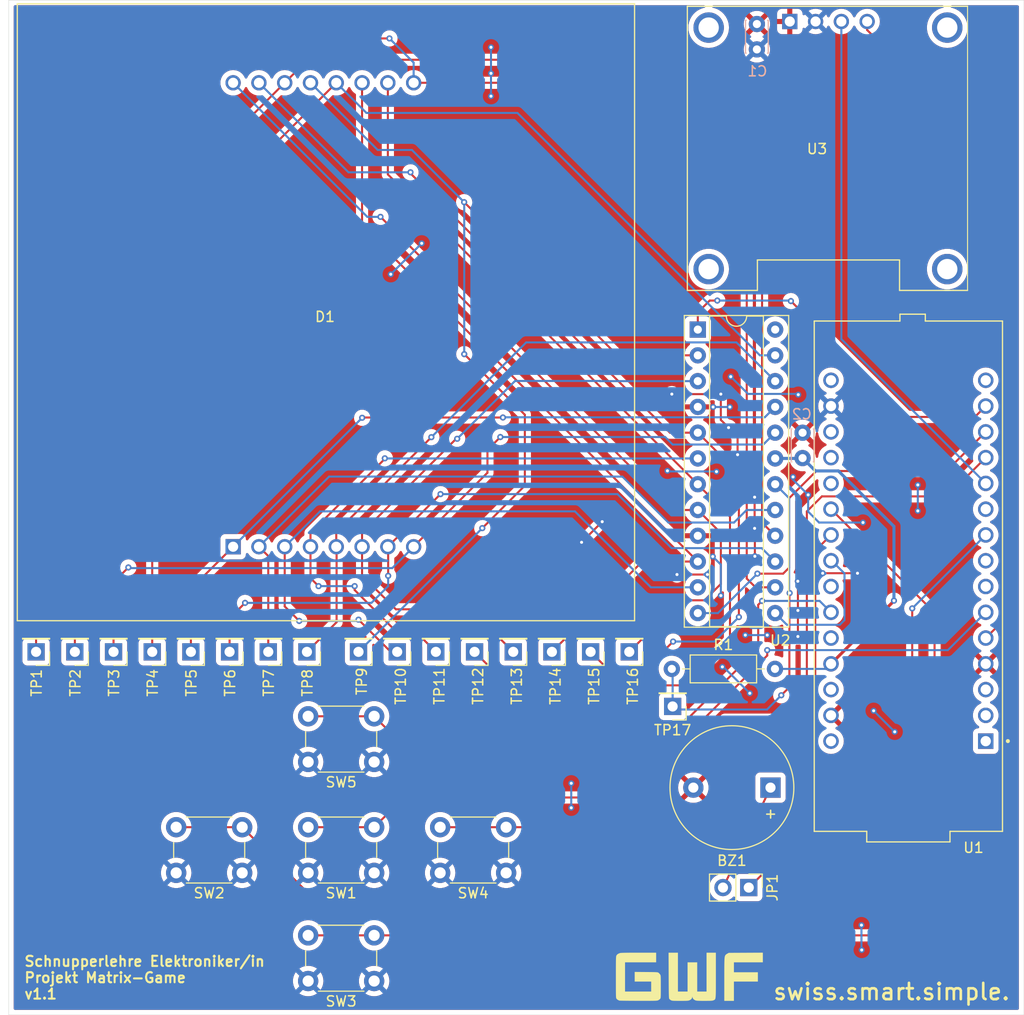
<source format=kicad_pcb>
(kicad_pcb (version 20240108) (generator "pcbnew") (generator_version "8.0")
  (title_block (title "Schnupperlehre Elektroniker/in | Projekt Matrix-Game") (date "2025-02-24") (rev "v1.1") (company "GWF AG") (comment 1 "Timon Burkard"))
  (layers (0 "F.Cu" signal) (31 "B.Cu" signal) (34 "B.Paste" user) (35 "F.Paste" user) (36 "B.SilkS" user "B.Silkscreen") (37 "F.SilkS" user "F.Silkscreen") (38 "B.Mask" user) (39 "F.Mask" user) (44 "Edge.Cuts" user))
  (net 0 "")
  (net 1 "GND")
  (net 2 "Net-(D1-R5)")
  (net 3 "Net-(D1-R4)")
  (net 4 "Net-(D1-C6)")
  (net 5 "Net-(D1-C1)")
  (net 6 "Net-(D1-R2)")
  (net 7 "Net-(D1-R7)")
  (net 8 "Net-(D1-R6)")
  (net 9 "Net-(D1-C8)")
  (net 10 "Net-(D1-R8)")
  (net 11 "Net-(D1-C7)")
  (net 12 "Net-(D1-C5)")
  (net 13 "Net-(D1-C3)")
  (net 14 "Net-(D1-R1)")
  (net 15 "Net-(D1-C2)")
  (net 16 "Net-(D1-R3)")
  (net 17 "Net-(D1-C4)")
  (net 18 "Net-(U2-ISET)")
  (net 19 "+3.3V")
  (net 25 "lcd_scl")
  (net 29 "button_center")
  (net 30 "+5V")
  (net 34 "button_left")
  (net 40 "Net-(JP1-A)")
  (net 41 "button_down")
  (net 42 "button_right")
  (net 43 "button_up")
  (net 44 "max_mosi")
  (net 45 "max_clk")
  (net 46 "lcd_sda")
  (net 47 "max_cs")
  (net 48 "Net-(BZ1-+)")
  (footprint "Button_Switch_THT:SW_PUSH_6mm" (layer "F.Cu") (at 126 120.07 180)
    (property "Reference" "SW5")
    (property "Value" "button_up")
  )
  (footprint "Connector_PinHeader_2.54mm:PinHeader_1x01_P2.54mm_Vertical" (layer "F.Cu") (at 111.76 109.22 180)
    (property "Reference" "TP6")
    (property "Value" "TestPoint")
  )
  (footprint "Button_Switch_THT:SW_PUSH_6mm" (layer "F.Cu") (at 139 131 180)
    (property "Reference" "SW4")
    (property "Value" "button_right")
  )
  (footprint "Package_DIP:DIP-24_W7.62mm_Socket" (layer "F.Cu") (at 157.88 77.46)
    (property "Reference" "U2")
    (property "Value" "MAX7219")
  )
  (footprint "Connector_PinHeader_2.54mm:PinHeader_1x01_P2.54mm_Vertical" (layer "F.Cu") (at 92.7 109.22 180)
    (property "Reference" "TP1")
    (property "Value" "TestPoint")
  )
  (footprint "Connector_PinHeader_2.54mm:PinHeader_1x01_P2.54mm_Vertical" (layer "F.Cu") (at 155.4 114.6 180)
    (property "Reference" "TP17")
    (property "Value" "TestPoint")
  )
  (footprint "Connector_PinHeader_2.54mm:PinHeader_1x01_P2.54mm_Vertical" (layer "F.Cu") (at 119.38 109.22 180)
    (property "Reference" "TP8")
    (property "Value" "TestPoint")
  )
  (footprint "Connector_PinHeader_2.54mm:PinHeader_1x01_P2.54mm_Vertical" (layer "F.Cu") (at 151.13 109.22 180)
    (property "Reference" "TP16")
    (property "Value" "TestPoint")
  )
  (footprint "LOGO" (layer "F.Cu") (at 157.025 141.225)
    (property "Reference" "G***" (hide yes))
    (property "Value" "LOGO" (hide yes))
  )
  (footprint "Connector_PinHeader_2.54mm:PinHeader_1x01_P2.54mm_Vertical" (layer "F.Cu") (at 135.89 109.22 180)
    (property "Reference" "TP12")
    (property "Value" "TestPoint")
  )
  (footprint "Buzzer_Beeper:Buzzer_12x9.5RM7.6" (layer "F.Cu") (at 165.04 122.6 180)
    (property "Reference" "BZ1")
    (property "Value" "buzzer")
  )
  (footprint "Connector_PinHeader_2.54mm:PinHeader_1x01_P2.54mm_Vertical" (layer "F.Cu") (at 115.57 109.22 180)
    (property "Reference" "TP7")
    (property "Value" "TestPoint")
  )
  (footprint "Connector_PinHeader_2.54mm:PinHeader_1x01_P2.54mm_Vertical" (layer "F.Cu") (at 147.32 109.22 180)
    (property "Reference" "TP15")
    (property "Value" "TestPoint")
  )
  (footprint "Connector_PinHeader_2.54mm:PinHeader_1x02_P2.54mm_Vertical" (layer "F.Cu") (at 162.9 132.45 -90)
    (property "Reference" "JP1")
    (property "Value" "Jumper_2_Bridged")
  )
  (footprint "Button_Switch_THT:SW_PUSH_6mm" (layer "F.Cu") (at 126 141.66 180)
    (property "Reference" "SW3")
    (property "Value" "button_down")
  )
  (footprint "Connector_PinHeader_2.54mm:PinHeader_1x01_P2.54mm_Vertical" (layer "F.Cu") (at 100.33 109.22 180)
    (property "Reference" "TP3")
    (property "Value" "TestPoint")
  )
  (footprint "DM-OLED096-636:MODULE_DM-OLED096-636" (layer "F.Cu") (at 170.75 59.6)
    (property "Reference" "U3")
    (property "Value" "DM-OLED096-636")
  )
  (footprint "Button_Switch_THT:SW_PUSH_6mm" (layer "F.Cu") (at 126 131 180)
    (property "Reference" "SW1")
    (property "Value" "button_center")
  )
  (footprint "Connector_PinHeader_2.54mm:PinHeader_1x01_P2.54mm_Vertical" (layer "F.Cu") (at 124.46 109.22 180)
    (property "Reference" "TP9")
    (property "Value" "TestPoint")
  )
  (footprint "matrix_led:LED_TA23-11EWA" (layer "F.Cu") (at 121 76 90)
    (property "Reference" "D1")
    (property "Value" "TA23-11EWA")
  )
  (footprint "Connector_PinHeader_2.54mm:PinHeader_1x01_P2.54mm_Vertical" (layer "F.Cu") (at 139.7 109.22 180)
    (property "Reference" "TP13")
    (property "Value" "TestPoint")
  )
  (footprint "Connector_PinHeader_2.54mm:PinHeader_1x01_P2.54mm_Vertical" (layer "F.Cu") (at 132.08 109.22 180)
    (property "Reference" "TP11")
    (property "Value" "TestPoint")
  )
  (footprint "Connector_PinHeader_2.54mm:PinHeader_1x01_P2.54mm_Vertical" (layer "F.Cu") (at 143.51 109.22 180)
    (property "Reference" "TP14")
    (property "Value" "TestPoint")
  )
  (footprint "Connector_PinHeader_2.54mm:PinHeader_1x01_P2.54mm_Vertical" (layer "F.Cu") (at 104.14 109.22 180)
    (property "Reference" "TP4")
    (property "Value" "TestPoint")
  )
  (footprint "Connector_PinHeader_2.54mm:PinHeader_1x01_P2.54mm_Vertical" (layer "F.Cu") (at 107.95 109.22 180)
    (property "Reference" "TP5")
    (property "Value" "TestPoint")
  )
  (footprint "Connector_PinHeader_2.54mm:PinHeader_1x01_P2.54mm_Vertical" (layer "F.Cu") (at 128.27 109.22 180)
    (property "Reference" "TP10")
    (property "Value" "TestPoint")
  )
  (footprint "Button_Switch_THT:SW_PUSH_6mm" (layer "F.Cu") (at 113 131 180)
    (property "Reference" "SW2")
    (property "Value" "button_left")
  )
  (footprint "nucleo:MODULE_NUCLEO-F042K6" (layer "F.Cu") (at 178.62 101.764 180)
    (property "Reference" "U1")
    (property "Value" "NUCLEO-F042K6")
  )
  (footprint "Connector_PinHeader_2.54mm:PinHeader_1x01_P2.54mm_Vertical" (layer "F.Cu") (at 96.52 109.22 180)
    (property "Reference" "TP2")
    (property "Value" "TestPoint")
  )
  (footprint "Resistor_THT:R_Axial_DIN0207_L6.3mm_D2.5mm_P10.16mm_Horizontal" (layer "F.Cu") (at 155.32 110.9)
    (property "Reference" "R1")
    (property "Value" "22k")
  )
  (footprint "Capacitor_THT:C_Disc_D3.0mm_W2.0mm_P2.50mm" (layer "B.Cu") (at 168.2 90.125 90)
    (property "Reference" "C2")
    (property "Value" "100n")
  )
  (footprint "Capacitor_THT:C_Disc_D3.0mm_W2.0mm_P2.50mm" (layer "B.Cu") (at 163.7 49.85 90)
    (property "Reference" "C1")
    (property "Value" "100n")
  )
  (gr_line (start 160.4 132.4) (end 165.04 122.6) (stroke (width 0.2)) (layer "F.Cu") (net 48))
  (gr_line (start 90 145) (end 190 145) (stroke (width 0.0381)) (layer "Edge.Cuts"))
  (gr_line (start 90 45) (end 90 145) (stroke (width 0.0381)) (layer "Edge.Cuts"))
  (gr_line (start 190 45) (end 90 45) (stroke (width 0.0381)) (layer "Edge.Cuts"))
  (gr_line (start 190 145) (end 190 45) (stroke (width 0.0381)) (layer "Edge.Cuts"))
  (gr_text "Schnupperlehre Elektroniker/in\nProjekt Matrix-Game\nv1.1" (at 91.45 143.525 0) (layer "F.SilkS") (effects (font (size 1 1) (thickness 0.2) (bold yes)) (justify left bottom)))
  (gr_text "swiss.smart.simple." (at 165.175 143.65 0) (layer "F.SilkS") (effects (font (size 1.6 1.6) (thickness 0.26)) (justify left bottom)))
  (via (at 167.26 91.98) (size 0.6) (drill 0.3) (layers "F.Cu" "B.Cu") (net 1))
  (via (at 179.55 92.77) (size 0.6) (drill 0.3) (layers "F.Cu" "B.Cu") (net 1))
  (via (at 159.35 99.825) (size 0.6) (drill 0.3) (layers "F.Cu" "B.Cu") (net 1))
  (via (at 160.15 103.675) (size 0.6) (drill 0.3) (layers "F.Cu" "B.Cu") (net 1))
  (via (at 145.415 122.174) (size 0.6) (drill 0.3) (layers "F.Cu" "B.Cu") (net 1))
  (via (at 164.719 107.569) (size 0.6) (drill 0.3) (layers "F.Cu" "B.Cu") (net 1))
  (via (at 174.15 96.475) (size 0.6) (drill 0.3) (layers "F.Cu" "B.Cu") (net 1))
  (via (at 163 113.3) (size 0.6) (drill 0.3) (layers "F.Cu" "B.Cu") (net 1))
  (via (at 159.385 85.09) (size 0.6) (drill 0.3) (layers "F.Cu" "B.Cu") (net 1))
  (via (at 145.415 124.587) (size 0.6) (drill 0.3) (layers "F.Cu" "B.Cu") (net 1))
  (via (at 174.025 138.6) (size 0.6) (drill 0.3) (layers "F.Cu" "B.Cu") (net 1))
  (via (at 161.036 85.09) (size 0.6) (drill 0.3) (layers "F.Cu" "B.Cu") (net 1))
  (via (at 137.51 49.64) (size 0.6) (drill 0.3) (layers "F.Cu" "B.Cu") (net 1))
  (via (at 137.51 52.21) (size 0.6) (drill 0.3) (layers "F.Cu" "B.Cu") (net 1))
  (via (at 160.3 110.7) (size 0.6) (drill 0.3) (layers "F.Cu" "B.Cu") (net 1))
  (via (at 154.89 91.38) (size 0.6) (drill 0.3) (layers "F.Cu" "B.Cu") (net 1))
  (via (at 175.2 115.025) (size 0.6) (drill 0.3) (layers "F.Cu" "B.Cu") (net 1))
  (via (at 174 136.15) (size 0.6) (drill 0.3) (layers "F.Cu" "B.Cu") (net 1))
  (via (at 167.775 83.875) (size 0.6) (drill 0.3) (layers "F.Cu" "B.Cu") (net 1))
  (via (at 161.125 82.1) (size 0.6) (drill 0.3) (layers "F.Cu" "B.Cu") (net 1))
  (via (at 127.635 72.009) (size 0.6) (drill 0.3) (layers "F.Cu" "B.Cu") (net 1))
  (via (at 162.56 107.569) (size 0.6) (drill 0.3) (layers "F.Cu" "B.Cu") (net 1))
  (via (at 168.75 93.75) (size 0.6) (drill 0.3) (layers "F.Cu" "B.Cu") (net 1))
  (via (at 130.683 68.961) (size 0.6) (drill 0.3) (layers "F.Cu" "B.Cu") (net 1))
  (via (at 179.55 95.33) (size 0.6) (drill 0.3) (layers "F.Cu" "B.Cu") (net 1))
  (via (at 159.72 91.46) (size 0.6) (drill 0.3) (layers "F.Cu" "B.Cu") (net 1))
  (via (at 177.275 117.1) (size 0.6) (drill 0.3) (layers "F.Cu" "B.Cu") (net 1))
  (via (at 137.51 54.46) (size 0.6) (drill 0.3) (layers "F.Cu" "B.Cu") (net 1))
  (segment (start 174 138.575) (end 174.025 138.6) (width 0.2) (layer "B.Cu") (net 1))
  (segment (start 159.7 91.44) (end 159.72 91.46) (width 0.2) (layer "B.Cu") (net 1))
  (segment (start 163 113.3) (end 160.4 110.7) (width 0.2) (layer "B.Cu") (net 1))
  (segment (start 137.51 54.46) (end 137.51 52.21) (width 0.2) (layer "B.Cu") (net 1))
  (segment (start 168.75 95.4) (end 168.75 93.75) (width 0.2) (layer "B.Cu") (net 1))
  (segment (start 160.15 100.625) (end 159.35 99.825) (width 0.2) (layer "B.Cu") (net 1))
  (segment (start 174 136.15) (end 174 138.575) (width 0.2) (layer "B.Cu") (net 1))
  (segment (start 154.95 91.44) (end 159.7 91.44) (width 0.2) (layer "B.Cu") (net 1))
  (segment (start 167.7 83.8) (end 162.825 83.8) (width 0.2) (layer "B.Cu") (net 1))
  (segment (start 179.55 95.33) (end 179.55 92.77) (width 0.2) (layer "B.Cu") (net 1))
  (segment (start 130.683 68.961) (end 127.635 72.009) (width 0.2) (layer "B.Cu") (net 1))
  (segment (start 174.15 96.475) (end 169.825 96.475) (width 0.2) (layer "B.Cu") (net 1))
  (segment (start 154.89 91.38) (end 154.95 91.44) (width 0.2) (layer "B.Cu") (net 1))
  (segment (start 167.26 91.98) (end 167.26 92.26) (width 0.2) (layer "B.Cu") (net 1))
  (segment (start 162.825 83.8) (end 161.125 82.1) (width 0.2) (layer "B.Cu") (net 1))
  (segment (start 127.635 72.009) (end 127.762 72.009) (width 0.127) (layer "B.Cu") (net 1))
  (segment (start 167.26 92.26) (end 168.75 93.75) (width 0.2) (layer "B.Cu") (net 1))
  (segment (start 160.4 110.7) (end 160.3 110.7) (width 0.2) (layer "B.Cu") (net 1))
  (segment (start 145.415 124.587) (end 145.415 122.174) (width 0.2) (layer "B.Cu") (net 1))
  (segment (start 160.15 103.675) (end 160.15 100.625) (width 0.2) (layer "B.Cu") (net 1))
  (segment (start 137.51 52.21) (end 137.51 49.64) (width 0.2) (layer "B.Cu") (net 1))
  (segment (start 177.275 117.1) (end 175.2 115.025) (width 0.2) (layer "B.Cu") (net 1))
  (segment (start 164.719 107.569) (end 162.56 107.569) (width 0.2) (layer "B.Cu") (net 1))
  (segment (start 167.775 83.875) (end 167.7 83.8) (width 0.2) (layer "B.Cu") (net 1))
  (segment (start 169.825 96.475) (end 168.75 95.4) (width 0.2) (layer "B.Cu") (net 1))
  (segment (start 159.385 85.09) (end 161.036 85.09) (width 0.2) (layer "B.Cu") (net 1))
  (segment (start 107.95 103.02) (end 112.11 98.86) (width 0.2) (layer "F.Cu") (net 2))
  (segment (start 138.684 86.125) (end 124.845 86.125) (width 0.2) (layer "F.Cu") (net 2))
  (segment (start 107.95 109.22) (end 107.95 103.02) (width 0.2) (layer "F.Cu") (net 2))
  (segment (start 124.845 86.125) (end 124.82 86.15) (width 0.2) (layer "F.Cu") (net 2))
  (via (at 124.82 86.15) (size 0.6) (drill 0.3) (layers "F.Cu" "B.Cu") (net 2))
  (via (at 138.684 86.125) (size 0.6) (drill 0.3) (layers "F.Cu" "B.Cu") (net 2))
  (segment (start 138.684 86.125) (end 138.702 86.107) (width 0.2) (layer "B.Cu") (net 2))
  (segment (start 138.702 86.107) (end 164.473 86.107) (width 0.2) (layer "B.Cu") (net 2))
  (segment (start 164.473 86.107) (end 165.5 85.08) (width 0.2) (layer "B.Cu") (net 2))
  (segment (start 124.82 86.15) (end 112.11 98.86) (width 0.2) (layer "B.Cu") (net 2))
  (segment (start 104.14 71.27) (end 122.27 53.14) (width 0.2) (layer "F.Cu") (net 3))
  (segment (start 104.14 109.22) (end 104.14 71.27) (width 0.2) (layer "F.Cu") (net 3))
  (segment (start 125.24 56.11) (end 122.27 53.14) (width 0.2) (layer "B.Cu") (net 3))
  (segment (start 165.5 80) (end 164 80) (width 0.2) (layer "B.Cu") (net 3))
  (segment (start 140.11 56.11) (end 125.24 56.11) (width 0.2) (layer "B.Cu") (net 3))
  (segment (start 164 80) (end 140.11 56.11) (width 0.2) (layer "B.Cu") (net 3))
  (segment (start 157.88 100.32) (end 124.81 67.25) (width 0.2) (layer "F.Cu") (net 4))
  (segment (start 152.41 100.32) (end 143.51 109.22) (width 0.2) (layer "F.Cu") (net 4))
  (segment (start 157.88 100.32) (end 152.41 100.32) (width 0.2) (layer "F.Cu") (net 4))
  (segment (start 124.81 67.25) (end 124.81 53.14) (width 0.2) (layer "F.Cu") (net 4))
  (segment (start 149.96 80) (end 157.88 80) (width 0.2) (layer "F.Cu") (net 5))
  (segment (start 140.843 92.837) (end 140.843 85.852) (width 0.2) (layer "F.Cu") (net 5))
  (segment (start 140.843 85.852) (end 134.874 79.883) (width 0.2) (layer "F.Cu") (net 5))
  (segment (start 134.8655 64.9055) (end 149.96 80) (width 0.2) (layer "F.Cu") (net 5))
  (segment (start 136.652 97.028) (end 140.843 92.837) (width 0.2) (layer "F.Cu") (net 5))
  (via (at 136.652 97.028) (size 0.6) (drill 0.3) (layers "F.Cu" "B.Cu") (net 5))
  (via (at 134.8655 64.9055) (size 0.6) (drill 0.3) (layers "F.Cu" "B.Cu") (net 5))
  (via (at 134.874 79.883) (size 0.6) (drill 0.3) (layers "F.Cu" "B.Cu") (net 5))
  (segment (start 126.35 59.76) (end 119.73 53.14) (width 0.2) (layer "B.Cu") (net 5))
  (segment (start 136.652 97.028) (end 124.46 109.22) (width 0.2) (layer "B.Cu") (net 5))
  (segment (start 129.72 59.76) (end 126.35 59.76) (width 0.2) (layer "B.Cu") (net 5))
  (segment (start 134.8655 64.9055) (end 129.72 59.76) (width 0.2) (layer "B.Cu") (net 5))
  (segment (start 134.8655 64.9055) (end 134.874 64.914) (width 0.2) (layer "B.Cu") (net 5))
  (segment (start 134.874 64.914) (end 134.874 79.883) (width 0.2) (layer "B.Cu") (net 5))
  (segment (start 119.46 50.87) (end 117.19 53.14) (width 0.2) (layer "F.Cu") (net 6))
  (segment (start 96.52 109.22) (end 96.52 73.81) (width 0.2) (layer "F.Cu") (net 6))
  (segment (start 164.211 96.491) (end 164.211 65.186) (width 0.2) (layer "F.Cu") (net 6))
  (segment (start 165.5 97.78) (end 164.211 96.491) (width 0.2) (layer "F.Cu") (net 6))
  (segment (start 164.211 65.186) (end 149.895 50.87) (width 0.2) (layer "F.Cu") (net 6))
  (segment (start 96.52 73.81) (end 117.19 53.14) (width 0.2) (layer "F.Cu") (net 6))
  (segment (start 149.895 50.87) (end 119.46 50.87) (width 0.2) (layer "F.Cu") (net 6))
  (segment (start 115.57 109.22) (end 115.57 99.78) (width 0.2) (layer "F.Cu") (net 7))
  (segment (start 115.57 99.78) (end 114.65 98.86) (width 0.2) (layer "F.Cu") (net 7))
  (segment (start 162.685 95.24) (end 161.45 96.475) (width 0.2) (layer "B.Cu") (net 7))
  (segment (start 154.982552 96.475) (end 150.455552 91.948) (width 0.2) (layer "B.Cu") (net 7))
  (segment (start 121.562 91.948) (end 114.65 98.86) (width 0.2) (layer "B.Cu") (net 7))
  (segment (start 165.5 95.24) (end 162.685 95.24) (width 0.2) (layer "B.Cu") (net 7))
  (segment (start 161.45 96.475) (end 154.982552 96.475) (width 0.2) (layer "B.Cu") (net 7))
  (segment (start 150.455552 91.948) (end 121.562 91.948) (width 0.2) (layer "B.Cu") (net 7))
  (segment (start 132.535 93.675) (end 127.35 98.86) (width 0.2) (layer "F.Cu") (net 8))
  (segment (start 111.76 105.918) (end 111.76 109.22) (width 0.2) (layer "F.Cu") (net 8))
  (segment (start 113.284 104.394) (end 111.76 105.918) (width 0.2) (layer "F.Cu") (net 8))
  (segment (start 127.381 101.727) (end 127.381 98.891) (width 0.2) (layer "F.Cu") (net 8))
  (segment (start 127.381 98.891) (end 127.35 98.86) (width 0.2) (layer "F.Cu") (net 8))
  (via (at 113.284 104.394) (size 0.6) (drill 0.3) (layers "F.Cu" "B.Cu") (net 8))
  (via (at 127.381 101.727) (size 0.6) (drill 0.3) (layers "F.Cu" "B.Cu") (net 8))
  (via (at 132.535 93.675) (size 0.6) (drill 0.3) (layers "F.Cu" "B.Cu") (net 8))
  (segment (start 113.284 104.394) (end 125.73 104.394) (width 0.2) (layer "B.Cu") (net 8))
  (segment (start 127.381 102.743) (end 127.381 101.727) (width 0.2) (layer "B.Cu") (net 8))
  (segment (start 155.3 99) (end 149.975 93.675) (width 0.2) (layer "B.Cu") (net 8))
  (segment (start 125.73 104.394) (end 127.381 102.743) (width 0.2) (layer "B.Cu") (net 8))
  (segment (start 165.5 100.32) (end 164.18 99) (width 0.2) (layer "B.Cu") (net 8))
  (segment (start 149.975 93.675) (end 132.535 93.675) (width 0.2) (layer "B.Cu") (net 8))
  (segment (start 164.18 99) (end 155.3 99) (width 0.2) (layer "B.Cu") (net 8))
  (segment (start 160.15 102.528398) (end 158.538398 104.14) (width 0.2) (layer "F.Cu") (net 9))
  (segment (start 155.515 95.24) (end 126.625 66.35) (width 0.2) (layer "F.Cu") (net 9))
  (segment (start 160.15 97.51) (end 160.15 102.528398) (width 0.2) (layer "F.Cu") (net 9))
  (segment (start 157.88 95.24) (end 160.15 97.51) (width 0.2) (layer "F.Cu") (net 9))
  (segment (start 157.88 95.24) (end 155.515 95.24) (width 0.2) (layer "F.Cu") (net 9))
  (segment (start 156.21 104.14) (end 151.13 109.22) (width 0.2) (layer "F.Cu") (net 9))
  (segment (start 158.538398 104.14) (end 156.21 104.14) (width 0.2) (layer "F.Cu") (net 9))
  (via (at 126.625 66.35) (size 0.6) (drill 0.3) (layers "F.Cu" "B.Cu") (net 9))
  (segment (start 126.625 66.35) (end 125.32 66.35) (width 0.2) (layer "B.Cu") (net 9))
  (segment (start 125.32 66.35) (end 112.11 53.14) (width 0.2) (layer "B.Cu") (net 9))
  (segment (start 131.635 88.065) (end 122.27 97.43) (width 0.2) (layer "F.Cu") (net 10))
  (segment (start 122.301 98.891) (end 122.27 98.86) (width 0.2) (layer "F.Cu") (net 10))
  (segment (start 122.301 106.299) (end 122.301 98.891) (width 0.2) (layer "F.Cu") (net 10))
  (segment (start 119.38 109.22) (end 122.301 106.299) (width 0.2) (layer "F.Cu") (net 10))
  (segment (start 122.27 97.43) (end 122.27 98.86) (width 0.2) (layer "F.Cu") (net 10))
  (via (at 131.635 88.065) (size 0.6) (drill 0.3) (layers "F.Cu" "B.Cu") (net 10))
  (segment (start 140.975 78.725) (end 161.685 78.725) (width 0.2) (layer "B.Cu") (net 10))
  (segment (start 161.685 78.725) (end 165.5 82.54) (width 0.2) (layer "B.Cu") (net 10))
  (segment (start 131.635 88.065) (end 140.975 78.725) (width 0.2) (layer "B.Cu") (net 10))
  (segment (start 129.58 61.96) (end 129.58 62.07) (width 0.2) (layer "F.Cu") (net 11))
  (segment (start 129.58 62.07) (end 155.13 87.62) (width 0.2) (layer "F.Cu") (net 11))
  (segment (start 161.925 91.665) (end 157.88 87.62) (width 0.2) (layer "F.Cu") (net 11))
  (segment (start 152.654 110.998) (end 155.448 108.204) (width 0.2) (layer "F.Cu") (net 11))
  (segment (start 157.82 87.62) (end 157.88 87.62) (width 0.127) (layer "F.Cu") (net 11))
  (segment (start 147.32 109.22) (end 149.098 110.998) (width 0.2) (layer "F.Cu") (net 11))
  (segment (start 149.098 110.998) (end 152.654 110.998) (width 0.2) (layer "F.Cu") (net 11))
  (segment (start 155.13 87.62) (end 157.88 87.62) (width 0.2) (layer "F.Cu") (net 11))
  (segment (start 161.925 105.791) (end 161.925 91.665) (width 0.2) (layer "F.Cu") (net 11))
  (via (at 155.448 108.204) (size 0.6) (drill 0.3) (layers "F.Cu" "B.Cu") (net 11))
  (via (at 129.58 61.96) (size 0.6) (drill 0.3) (layers "F.Cu" "B.Cu") (net 11))
  (via (at 161.925 105.791) (size 0.6) (drill 0.3) (layers "F.Cu" "B.Cu") (net 11))
  (segment (start 123.47 61.96) (end 114.65 53.14) (width 0.2) (layer "B.Cu") (net 11))
  (segment (start 129.58 61.96) (end 123.47 61.96) (width 0.2) (layer "B.Cu") (net 11))
  (segment (start 159.512 108.204) (end 155.448 108.204) (width 0.2) (layer "B.Cu") (net 11))
  (segment (start 161.925 105.791) (end 159.512 108.204) (width 0.2) (layer "B.Cu") (net 11))
  (segment (start 124.81 101.696) (end 124.81 98.86) (width 0.2) (layer "F.Cu") (net 12))
  (segment (start 135.509 105.029) (end 128.143 105.029) (width 0.2) (layer "F.Cu") (net 12))
  (segment (start 128.143 105.029) (end 124.81 101.696) (width 0.2) (layer "F.Cu") (net 12))
  (segment (start 134.18 88.22) (end 134.08 88.22) (width 0.2) (layer "F.Cu") (net 12))
  (segment (start 139.7 109.22) (end 135.509 105.029) (width 0.2) (layer "F.Cu") (net 12))
  (segment (start 124.81 97.49) (end 124.81 98.86) (width 0.2) (layer "F.Cu") (net 12))
  (segment (start 134.08 88.22) (end 124.81 97.49) (width 0.2) (layer "F.Cu") (net 12))
  (via (at 134.18 88.22) (size 0.6) (drill 0.3) (layers "F.Cu" "B.Cu") (net 12))
  (segment (start 148.265 82.54) (end 157.88 82.54) (width 0.2) (layer "B.Cu") (net 12))
  (segment (start 139.875 82.525) (end 148.25 82.525) (width 0.2) (layer "B.Cu") (net 12))
  (segment (start 148.25 82.525) (end 148.265 82.54) (width 0.2) (layer "B.Cu") (net 12))
  (segment (start 134.18 88.22) (end 139.875 82.525) (width 0.2) (layer "B.Cu") (net 12))
  (segment (start 127.05 90.2) (end 119.73 97.52) (width 0.2) (layer "F.Cu") (net 13))
  (segment (start 120.523 102.743) (end 119.73 101.95) (width 0.2) (layer "F.Cu") (net 13))
  (segment (start 129.921 107.061) (end 132.08 109.22) (width 0.2) (layer "F.Cu") (net 13))
  (segment (start 124.079 103.124) (end 128.016 107.061) (width 0.2) (layer "F.Cu") (net 13))
  (segment (start 127.05 90.15) (end 127.05 90.2) (width 0.2) (layer "F.Cu") (net 13))
  (segment (start 119.73 101.95) (end 119.73 98.86) (width 0.2) (layer "F.Cu") (net 13))
  (segment (start 124.079 102.743) (end 124.079 103.124) (width 0.2) (layer "F.Cu") (net 13))
  (segment (start 119.73 97.52) (end 119.73 98.86) (width 0.2) (layer "F.Cu") (net 13))
  (segment (start 128.016 107.061) (end 129.921 107.061) (width 0.2) (layer "F.Cu") (net 13))
  (via (at 127.05 90.15) (size 0.6) (drill 0.3) (layers "F.Cu" "B.Cu") (net 13))
  (via (at 120.523 102.743) (size 0.6) (drill 0.3) (layers "F.Cu" "B.Cu") (net 13))
  (via (at 124.079 102.743) (size 0.6) (drill 0.3) (layers "F.Cu" "B.Cu") (net 13))
  (segment (start 124.079 102.743) (end 120.523 102.743) (width 0.2) (layer "B.Cu") (net 13))
  (segment (start 127.05 90.15) (end 127.06 90.16) (width 0.2) (layer "B.Cu") (net 13))
  (segment (start 127.06 90.16) (end 157.88 90.16) (width 0.2) (layer "B.Cu") (net 13))
  (segment (start 165.5 102.86) (end 163.561602 102.86) (width 0.2) (layer "F.Cu") (net 14))
  (segment (start 162.7 66.6) (end 149.24 53.14) (width 0.2) (layer "F.Cu") (net 14))
  (segment (start 113.157 48.768) (end 127.508 48.768) (width 0.2) (layer "F.Cu") (net 14))
  (segment (start 162.7 101.998398) (end 162.7 66.6) (width 0.2) (layer "F.Cu") (net 14))
  (segment (start 163.561602 102.86) (end 162.7 101.998398) (width 0.2) (layer "F.Cu") (net 14))
  (segment (start 92.7 69.225) (end 113.157 48.768) (width 0.2) (layer "F.Cu") (net 14))
  (segment (start 149.24 53.14) (end 129.89 53.14) (width 0.2) (layer "F.Cu") (net 14))
  (segment (start 92.7 109.22) (end 92.7 69.225) (width 0.2) (layer "F.Cu") (net 14))
  (via (at 127.508 48.768) (size 0.6) (drill 0.3) (layers "F.Cu" "B.Cu") (net 14))
  (segment (start 129.89 51.15) (end 129.89 53.14) (width 0.2) (layer "B.Cu") (net 14))
  (segment (start 127.508 48.768) (end 129.89 51.15) (width 0.2) (layer "B.Cu") (net 14))
  (segment (start 117.19 104.744) (end 117.19 98.86) (width 0.2) (layer "F.Cu") (net 15))
  (segment (start 124.46 106.045) (end 127.635 109.22) (width 0.2) (layer "F.Cu") (net 15))
  (segment (start 118.618 106.172) (end 117.19 104.744) (width 0.2) (layer "F.Cu") (net 15))
  (segment (start 127.635 109.22) (end 128.27 109.22) (width 0.2) (layer "F.Cu") (net 15))
  (via (at 124.46 106.045) (size 0.6) (drill 0.3) (layers "F.Cu" "B.Cu") (net 15))
  (via (at 118.618 106.172) (size 0.6) (drill 0.3) (layers "F.Cu" "B.Cu") (net 15))
  (segment (start 124.333 106.172) (end 124.46 106.045) (width 0.2) (layer "B.Cu") (net 15))
  (segment (start 120.675 95.375) (end 117.19 98.86) (width 0.2) (layer "B.Cu") (net 15))
  (segment (start 118.618 106.172) (end 124.333 106.172) (width 0.2) (layer "B.Cu") (net 15))
  (segment (start 157.88 102.86) (end 153.26 102.86) (width 0.2) (layer "B.Cu") (net 15))
  (segment (start 145.775 95.375) (end 120.675 95.375) (width 0.2) (layer "B.Cu") (net 15))
  (segment (start 153.26 102.86) (end 145.775 95.375) (width 0.2) (layer "B.Cu") (net 15))
  (segment (start 137.16 89.32) (end 137.16 91.567) (width 0.2) (layer "F.Cu") (net 16))
  (segment (start 138.43 88.05) (end 137.16 89.32) (width 0.2) (layer "F.Cu") (net 16))
  (segment (start 101.7905 100.9015) (end 100.33 102.362) (width 0.2) (layer "F.Cu") (net 16))
  (segment (start 129.89 98.837) (end 129.89 98.86) (width 0.2) (layer "F.Cu") (net 16))
  (segment (start 100.33 102.362) (end 100.33 109.22) (width 0.2) (layer "F.Cu") (net 16))
  (segment (start 137.16 91.567) (end 129.89 98.837) (width 0.2) (layer "F.Cu") (net 16))
  (segment (start 165.5 87.65) (end 165.5 87.62) (width 0.127) (layer "F.Cu") (net 16))
  (via (at 138.43 88.05) (size 0.6) (drill 0.3) (layers "F.Cu" "B.Cu") (net 16))
  (via (at 101.7905 100.9015) (size 0.6) (drill 0.3) (layers "F.Cu" "B.Cu") (net 16))
  (segment (start 165.5 87.62) (end 164.5095 88.6105) (width 0.2) (layer "B.Cu") (net 16))
  (segment (start 154.66 88.05) (end 155.4 88.79) (width 0.2) (layer "B.Cu") (net 16))
  (segment (start 101.7905 100.9015) (end 101.854 100.965) (width 0.2) (layer "B.Cu") (net 16))
  (segment (start 101.854 100.965) (end 127.785 100.965) (width 0.2) (layer "B.Cu") (net 16))
  (segment (start 138.43 88.05) (end 154.66 88.05) (width 0.2) (layer "B.Cu") (net 16))
  (segment (start 164.33 88.79) (end 164.5095 88.6105) (width 0.2) (layer "B.Cu") (net 16))
  (segment (start 127.785 100.965) (end 129.89 98.86) (width 0.2) (layer "B.Cu") (net 16))
  (segment (start 155.4 88.79) (end 164.33 88.79) (width 0.2) (layer "B.Cu") (net 16))
  (segment (start 157.88 92.7) (end 127.35 62.17) (width 0.2) (layer "F.Cu") (net 17))
  (segment (start 161.05 108.063) (end 156.591 112.522) (width 0.2) (layer "F.Cu") (net 17))
  (segment (start 139.192 112.522) (end 135.89 109.22) (width 0.2) (layer "F.Cu") (net 17))
  (segment (start 157.88 92.729) (end 161.05 95.899) (width 0.2) (layer "F.Cu") (net 17))
  (segment (start 127.35 62.17) (end 127.35 53.14) (width 0.2) (layer "F.Cu") (net 17))
  (segment (start 156.591 112.522) (end 139.192 112.522) (width 0.2) (layer "F.Cu") (net 17))
  (segment (start 161.05 95.899) (end 161.05 108.063) (width 0.2) (layer "F.Cu") (net 17))
  (segment (start 157.88 92.7) (end 157.88 92.729) (width 0.2) (layer "F.Cu") (net 17))
  (segment (start 166.9 112.7) (end 166.1 113.5) (width 0.2) (layer "F.Cu") (net 18))
  (segment (start 166.925 103.425) (end 166.9 103.45) (width 0.127) (layer "F.Cu") (net 18))
  (segment (start 166.9 103.45) (end 166.9 112.7) (width 0.2) (layer "F.Cu") (net 18))
  (via (at 166.925 103.425) (size 0.6) (drill 0.3) (layers "F.Cu" "B.Cu") (net 18))
  (via (at 166.1 113.5) (size 0.6) (drill 0.3) (layers "F.Cu" "B.Cu") (net 18))
  (segment (start 155.4 114.9) (end 155.4 110.98) (width 0.2) (layer "B.Cu") (net 18))
  (segment (start 166.1 113.5) (end 164.7 114.9) (width 0.2) (layer "B.Cu") (net 18))
  (segment (start 166.875 103.375) (end 166.875 94.075) (width 0.2) (layer "B.Cu") (net 18))
  (segment (start 164.7 114.9) (end 155.4 114.9) (width 0.2) (layer "B.Cu") (net 18))
  (segment (start 166.875 94.075) (end 165.5 92.7) (width 0.2) (layer "B.Cu") (net 18))
  (segment (start 155.4 110.98) (end 155.32 110.9) (width 0.2) (layer "B.Cu") (net 18))
  (segment (start 166.925 103.425) (end 166.875 103.375) (width 0.127) (layer "B.Cu") (net 18))
  (segment (start 163.475 97.05) (end 163.5 97.075) (width 0.2) (layer "F.Cu") (net 19))
  (segment (start 161.798 89.789) (end 161.798 88.011) (width 0.2) (layer "F.Cu") (net 19))
  (segment (start 163.5 97.075) (end 163.5 99.8) (width 0.2) (layer "F.Cu") (net 19))
  (segment (start 173.609 101.473) (end 170.18 101.473) (width 0.2) (layer "F.Cu") (net 19))
  (segment (start 167.74 102.27) (end 167.73 102.26) (width 0.2) (layer "F.Cu") (net 19))
  (segment (start 167.74 105.14) (end 167.74 102.27) (width 0.2) (layer "F.Cu") (net 19))
  (segment (start 160.147 86.36) (end 160.147 83.82) (width 0.2) (layer "F.Cu") (net 19))
  (segment (start 148.463 96.393) (end 146.431 98.425) (width 0.2) (layer "F.Cu") (net 19))
  (segment (start 160.909 87.122) (end 160.147 86.36) (width 0.2) (layer "F.Cu") (net 19))
  (segment (start 161.798 88.011) (end 160.909 87.122) (width 0.2) (layer "F.Cu") (net 19))
  (segment (start 167.74 107.708229) (end 167.739008 107.709221) (width 0.2) (layer "F.Cu") (net 19))
  (segment (start 155.829 101.6) (end 158.825 101.6) (width 0.2) (layer "F.Cu") (net 19))
  (segment (start 163.475 93.975) (end 163.475 97.05) (width 0.2) (layer "F.Cu") (net 19))
  (segment (start 155.321 83.82) (end 160.147 83.82) (width 0.2) (layer "F.Cu") (net 19))
  (segment (start 167.74 105.14) (end 167.74 107.708229) (width 0.2) (layer "F.Cu") (net 19))
  (via (at 155.321 83.82) (size 0.6) (drill 0.3) (layers "F.Cu" "B.Cu") (net 19))
  (via (at 155.829 101.6) (size 0.6) (drill 0.3) (layers "F.Cu" "B.Cu") (net 19))
  (via (at 161.798 89.789) (size 0.6) (drill 0.3) (layers "F.Cu" "B.Cu") (net 19))
  (via (at 163.475 97.05) (size 0.6) (drill 0.3) (layers "F.Cu" "B.Cu") (net 19))
  (via (at 160.147 83.82) (size 0.6) (drill 0.3) (layers "F.Cu" "B.Cu") (net 19))
  (via (at 167.74 105.14) (size 0.6) (drill 0.3) (layers "F.Cu" "B.Cu") (net 19))
  (via (at 146.431 98.425) (size 0.6) (drill 0.3) (layers "F.Cu" "B.Cu") (net 19))
  (via (at 163.475 93.975) (size 0.6) (drill 0.3) (layers "F.Cu" "B.Cu") (net 19))
  (via (at 163.5 99.8) (size 0.6) (drill 0.3) (layers "F.Cu" "B.Cu") (net 19))
  (via (at 160.909 87.122) (size 0.6) (drill 0.3) (layers "F.Cu" "B.Cu") (net 19))
  (via (at 173.609 101.473) (size 0.6) (drill 0.3) (layers "F.Cu" "B.Cu") (net 19))
  (via (at 148.463 96.393) (size 0.6) (drill 0.3) (layers "F.Cu" "B.Cu") (net 19))
  (via (at 158.825 101.6) (size 0.6) (drill 0.3) (layers "F.Cu" "B.Cu") (net 19))
  (via (at 167.739008 107.709221) (size 0.6) (drill 0.3) (layers "F.Cu" "B.Cu") (net 19))
  (via (at 167.73 102.26) (size 0.6) (drill 0.3) (layers "F.Cu" "B.Cu") (net 19))
  (via (at 170.18 101.473) (size 0.6) (drill 0.3) (layers "F.Cu" "B.Cu") (net 19))
  (segment (start 186.24 92.62) (end 172.02 78.4) (width 0.2) (layer "B.Cu") (net 25))
  (segment (start 172.02 78.4) (end 172.02 47.85) (width 0.2) (layer "B.Cu") (net 25))
  (segment (start 150.729 123.571) (end 128.929 123.571) (width 0.2) (layer "F.Cu") (net 29))
  (segment (start 164.719 109.581) (end 150.729 123.571) (width 0.2) (layer "F.Cu") (net 29))
  (segment (start 126 126.5) (end 119.5 126.5) (width 0.2) (layer "F.Cu") (net 29))
  (segment (start 128.929 123.571) (end 126 126.5) (width 0.2) (layer "F.Cu") (net 29))
  (segment (start 164.719 109.05) (end 164.719 109.581) (width 0.2) (layer "F.Cu") (net 29))
  (via (at 164.719 109.05) (size 0.6) (drill 0.3) (layers "F.Cu" "B.Cu") (net 29))
  (segment (start 164.719 109.05) (end 182.51 109.05) (width 0.2) (layer "B.Cu") (net 29))
  (segment (start 182.51 109.05) (end 186.24 105.32) (width 0.2) (layer "B.Cu") (net 29))
  (segment (start 171 110.4) (end 177.2 104.2) (width 0.3) (layer "F.Cu") (net 30))
  (segment (start 177.2 104.2) (end 177.2 104.175) (width 0.127) (layer "F.Cu") (net 30))
  (via (at 177.2 104.175) (size 0.6) (drill 0.3) (layers "F.Cu" "B.Cu") (net 30))
  (segment (start 177.2 96.86) (end 171.73 91.39) (width 0.3) (layer "B.Cu") (net 30))
  (segment (start 169.465 91.39) (end 168.2 90.125) (width 0.3) (layer "B.Cu") (net 30))
  (segment (start 168.165 90.16) (end 165.5 90.16) (width 0.3) (layer "B.Cu") (net 30))
  (segment (start 168.2 90.125) (end 168.165 90.16) (width 0.2) (layer "B.Cu") (net 30))
  (segment (start 177.2 104.175) (end 177.2 96.86) (width 0.3) (layer "B.Cu") (net 30))
  (segment (start 170.5 110.9) (end 171 110.4) (width 0.2) (layer "B.Cu") (net 30))
  (segment (start 165.48 110.9) (end 170.5 110.9) (width 0.2) (layer "B.Cu") (net 30))
  (segment (start 171.73 91.39) (end 169.465 91.39) (width 0.3) (layer "B.Cu") (net 30))
  (segment (start 121.975 135.475) (end 113 126.5) (width 0.2) (layer "F.Cu") (net 34))
  (segment (start 166.275 135.475) (end 121.975 135.475) (width 0.2) (layer "F.Cu") (net 34))
  (segment (start 179 122.75) (end 166.275 135.475) (width 0.2) (layer "F.Cu") (net 34))
  (segment (start 179 104.94) (end 179 122.75) (width 0.2) (layer "F.Cu") (net 34))
  (segment (start 113 126.5) (end 106.5 126.5) (width 0.2) (layer "F.Cu") (net 34))
  (via (at 179 104.94) (size 0.6) (drill 0.3) (layers "F.Cu" "B.Cu") (net 34))
  (segment (start 179 104.94) (end 186.24 97.7) (width 0.2) (layer "B.Cu") (net 34))
  (segment (start 169.45 125.925) (end 162.925 132.45) (width 0.2) (layer "F.Cu") (net 40))
  (segment (start 169.45 99.25) (end 169.45 125.925) (width 0.2) (layer "F.Cu") (net 40))
  (segment (start 162.925 132.45) (end 162.9 132.45) (width 0.2) (layer "F.Cu") (net 40))
  (segment (start 171 97.7) (end 169.45 99.25) (width 0.2) (layer "F.Cu") (net 40))
  (segment (start 126 137.16) (end 119.5 137.16) (width 0.2) (layer "F.Cu") (net 41))
  (segment (start 181.2 135.4) (end 179.44 137.16) (width 0.2) (layer "F.Cu") (net 41))
  (segment (start 171 95.16) (end 181.2 105.36) (width 0.2) (layer "F.Cu") (net 41))
  (segment (start 179.44 137.16) (end 126 137.16) (width 0.2) (layer "F.Cu") (net 41))
  (segment (start 181.2 105.36) (end 181.2 135.4) (width 0.2) (layer "F.Cu") (net 41))
  (segment (start 186.24 90.08) (end 182.42 93.9) (width 0.2) (layer "F.Cu") (net 42))
  (segment (start 168.62 114.58) (end 167.3 115.9) (width 0.2) (layer "F.Cu") (net 42))
  (segment (start 168.62 95.38) (end 168.62 114.58) (width 0.2) (layer "F.Cu") (net 42))
  (segment (start 182.42 93.9) (end 170.1 93.9) (width 0.2) (layer "F.Cu") (net 42))
  (segment (start 160.579 115.9) (end 149.979 126.5) (width 0.2) (layer "F.Cu") (net 42))
  (segment (start 139 126.5) (end 132.5 126.5) (width 0.2) (layer "F.Cu") (net 42))
  (segment (start 149.979 126.5) (end 139 126.5) (width 0.2) (layer "F.Cu") (net 42))
  (segment (start 167.3 115.9) (end 160.579 115.9) (width 0.2) (layer "F.Cu") (net 42))
  (segment (start 170.1 93.9) (end 168.62 95.38) (width 0.2) (layer "F.Cu") (net 42))
  (segment (start 155.739849 116.960151) (end 127.390151 116.960151) (width 0.2) (layer "F.Cu") (net 43))
  (segment (start 164.211 104.2) (end 163.83 104.581) (width 0.2) (layer "F.Cu") (net 43))
  (segment (start 126 115.57) (end 119.5 115.57) (width 0.2) (layer "F.Cu") (net 43))
  (segment (start 127.390151 116.960151) (end 126 115.57) (width 0.2) (layer "F.Cu") (net 43))
  (segment (start 163.83 108.87) (end 155.739849 116.960151) (width 0.2) (layer "F.Cu") (net 43))
  (segment (start 163.83 104.581) (end 163.83 108.87) (width 0.2) (layer "F.Cu") (net 43))
  (via (at 164.211 104.2) (size 0.6) (drill 0.3) (layers "F.Cu" "B.Cu") (net 43))
  (segment (start 164.211 104.2) (end 169.88 104.2) (width 0.2) (layer "B.Cu") (net 43))
  (segment (start 169.88 104.2) (end 171 105.32) (width 0.2) (layer "B.Cu") (net 43))
  (segment (start 167.05 74.65) (end 178.4705 86.0705) (width 0.2) (layer "F.Cu") (net 44))
  (segment (start 185.1695 86.0705) (end 186.24 85) (width 0.2) (layer "F.Cu") (net 44))
  (segment (start 159.8 74.6) (end 159.05 74.6) (width 0.2) (layer "F.Cu") (net 44))
  (segment (start 159.05 74.6) (end 157.88 75.77) (width 0.2) (layer "F.Cu") (net 44))
  (segment (start 157.88 75.77) (end 157.88 77.46) (width 0.2) (layer "F.Cu") (net 44))
  (segment (start 178.4705 86.0705) (end 185.1695 86.0705) (width 0.2) (layer "F.Cu") (net 44))
  (via (at 159.8 74.6) (size 0.6) (drill 0.3) (layers "F.Cu" "B.Cu") (net 44))
  (via (at 167.05 74.65) (size 0.6) (drill 0.3) (layers "F.Cu" "B.Cu") (net 44))
  (segment (start 167.05 74.65) (end 167 74.6) (width 0.2) (layer "B.Cu") (net 44))
  (segment (start 159.8 74.6) (end 159.7 74.5) (width 0.127) (layer "B.Cu") (net 44))
  (segment (start 167 74.6) (end 159.8 74.6) (width 0.2) (layer "B.Cu") (net 44))
  (segment (start 172.33 101.5) (end 171.07 100.24) (width 0.2) (layer "B.Cu") (net 45))
  (segment (start 166.65 106.55) (end 171.87 106.55) (width 0.2) (layer "B.Cu") (net 45))
  (segment (start 172.33 106.09) (end 172.33 101.5) (width 0.2) (layer "B.Cu") (net 45))
  (segment (start 165.5 105.4) (end 166.65 106.55) (width 0.2) (layer "B.Cu") (net 45))
  (segment (start 171.87 106.55) (end 172.33 106.09) (width 0.2) (layer "B.Cu") (net 45))
  (segment (start 171.07 100.24) (end 171 100.24) (width 0.2) (layer "B.Cu") (net 45))
  (segment (start 188.45 105.65) (end 186.24 107.86) (width 0.2) (layer "F.Cu") (net 46))
  (segment (start 174.56 47.94) (end 188.45 61.83) (width 0.2) (layer "F.Cu") (net 46))
  (segment (start 188.45 61.83) (end 188.45 105.65) (width 0.2) (layer "F.Cu") (net 46))
  (segment (start 174.56 47.85) (end 174.56 47.94) (width 0.2) (layer "F.Cu") (net 46))
  (segment (start 166.87 94.08) (end 166.87 100.93) (width 0.2) (layer "F.Cu") (net 47))
  (segment (start 182.38 91.4) (end 169.55 91.4) (width 0.2) (layer "F.Cu") (net 47))
  (segment (start 186.24 87.54) (end 182.38 91.4) (width 0.2) (layer "F.Cu") (net 47))
  (segment (start 169.55 91.4) (end 166.87 94.08) (width 0.2) (layer "F.Cu") (net 47))
  (segment (start 166.87 100.93) (end 166.29 101.51) (width 0.2) (layer "F.Cu") (net 47))
  (segment (start 166.29 101.51) (end 163.75 101.51) (width 0.2) (layer "F.Cu") (net 47))
  (via (at 163.75 101.51) (size 0.6) (drill 0.3) (layers "F.Cu" "B.Cu") (net 47))
  (segment (start 159.86 105.4) (end 157.88 105.4) (width 0.2) (layer "B.Cu") (net 47))
  (segment (start 163.75 101.51) (end 159.86 105.4) (width 0.2) (layer "B.Cu") (net 47))
  (segment (start 164.5 122.6) (end 165.04 122.6) (width 0.2) (layer "F.Cu") (net 48))
  (zone (net 1) (net_name "GND") (layer "F.Cu") (connect_pads (clearance 0.5)) (min_thickness 0.25) (fill yes (thermal_gap 0.5) (thermal_bridge_width 0.5))
    (polygon (pts (xy 90 45) (xy 90 145) (xy 190 145) (xy 190 45)))
  )
  (zone (net 19) (net_name "+3.3V") (layer "B.Cu") (priority 1) (connect_pads (clearance 0.5)) (min_thickness 0.25) (fill yes (thermal_gap 0.5) (thermal_bridge_width 0.5))
    (polygon (pts (xy 90 45) (xy 90 145) (xy 190 145) (xy 190 45)))
  )
)
</source>
